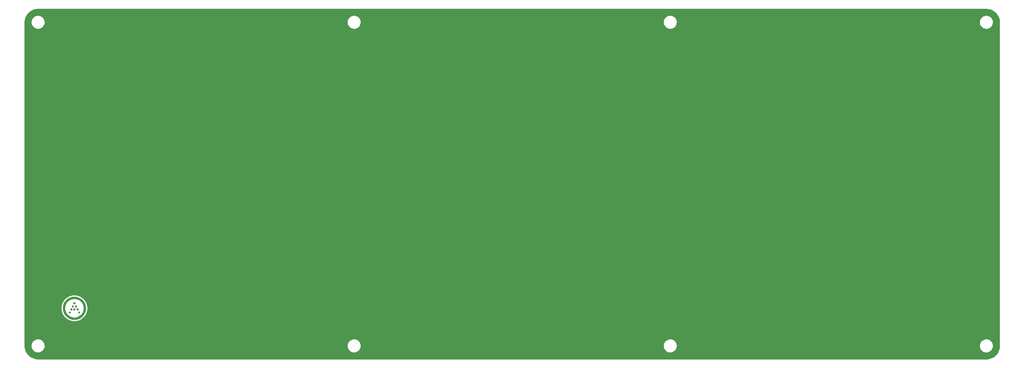
<source format=gbl>
G04 #@! TF.GenerationSoftware,KiCad,Pcbnew,(5.0.0)*
G04 #@! TF.CreationDate,2019-01-29T14:29:27-08:00*
G04 #@! TF.ProjectId,UT47.2-Bottom,555434372E322D426F74746F6D2E6B69,rev?*
G04 #@! TF.SameCoordinates,Original*
G04 #@! TF.FileFunction,Copper,L2,Bot,Signal*
G04 #@! TF.FilePolarity,Positive*
%FSLAX46Y46*%
G04 Gerber Fmt 4.6, Leading zero omitted, Abs format (unit mm)*
G04 Created by KiCad (PCBNEW (5.0.0)) date 01/29/19 14:29:27*
%MOMM*%
%LPD*%
G01*
G04 APERTURE LIST*
G04 #@! TA.AperFunction,EtchedComponent*
%ADD10C,0.010000*%
G04 #@! TD*
G04 #@! TA.AperFunction,Conductor*
%ADD11C,1.524000*%
G04 #@! TD*
G04 #@! TA.AperFunction,Conductor*
%ADD12C,0.254000*%
G04 #@! TD*
G04 APERTURE END LIST*
D10*
G04 #@! TO.C,G\002A\002A\002A*
G36*
X33333531Y-97486045D02*
X33209413Y-97487415D01*
X33097701Y-97491572D01*
X32995108Y-97498919D01*
X32898344Y-97509860D01*
X32804122Y-97524798D01*
X32709153Y-97544137D01*
X32610149Y-97568281D01*
X32564870Y-97580418D01*
X32356323Y-97645656D01*
X32154235Y-97724992D01*
X31959372Y-97818028D01*
X31772501Y-97924368D01*
X31594386Y-98043616D01*
X31442240Y-98161617D01*
X31284572Y-98302342D01*
X31137235Y-98453787D01*
X31000914Y-98614885D01*
X30876292Y-98784567D01*
X30764053Y-98961766D01*
X30664880Y-99145416D01*
X30579458Y-99334447D01*
X30508470Y-99527793D01*
X30459716Y-99695803D01*
X30426645Y-99835789D01*
X30401285Y-99967725D01*
X30382893Y-100096997D01*
X30370725Y-100228993D01*
X30364039Y-100369100D01*
X30363386Y-100394500D01*
X30366105Y-100612797D01*
X30384300Y-100827580D01*
X30417965Y-101038821D01*
X30467094Y-101246489D01*
X30531681Y-101450555D01*
X30595878Y-101614487D01*
X30623961Y-101679752D01*
X30648023Y-101733910D01*
X30669892Y-101780613D01*
X30691393Y-101823513D01*
X30714354Y-101866263D01*
X30740600Y-101912515D01*
X30769725Y-101962156D01*
X30888944Y-102148427D01*
X31019048Y-102323153D01*
X31160171Y-102486465D01*
X31312445Y-102638496D01*
X31476003Y-102779380D01*
X31650976Y-102909248D01*
X31833344Y-103025775D01*
X31886173Y-103056744D01*
X31932086Y-103082721D01*
X31974735Y-103105531D01*
X32017772Y-103127001D01*
X32064849Y-103148957D01*
X32119619Y-103173225D01*
X32181013Y-103199622D01*
X32277246Y-103239169D01*
X32365964Y-103272208D01*
X32453078Y-103300695D01*
X32544502Y-103326589D01*
X32627094Y-103347322D01*
X32791610Y-103382876D01*
X32948705Y-103408553D01*
X33102933Y-103424893D01*
X33258851Y-103432436D01*
X33349406Y-103433013D01*
X33400625Y-103432498D01*
X33448746Y-103431793D01*
X33490626Y-103430960D01*
X33523122Y-103430063D01*
X33543090Y-103429165D01*
X33543875Y-103429109D01*
X33760049Y-103405157D01*
X33972806Y-103366170D01*
X34181287Y-103312467D01*
X34384632Y-103244363D01*
X34581984Y-103162176D01*
X34772482Y-103066225D01*
X34955268Y-102956826D01*
X35106224Y-102851796D01*
X35279151Y-102713449D01*
X35439835Y-102565088D01*
X35588049Y-102407039D01*
X35723571Y-102239632D01*
X35846176Y-102063194D01*
X35955639Y-101878052D01*
X36051737Y-101684535D01*
X36134244Y-101482971D01*
X36202937Y-101273688D01*
X36215082Y-101230630D01*
X36241448Y-101128835D01*
X36262833Y-101032511D01*
X36279641Y-100938367D01*
X36292275Y-100843117D01*
X36301140Y-100743470D01*
X36306638Y-100636140D01*
X36309174Y-100517836D01*
X36309455Y-100461969D01*
X36308780Y-100406608D01*
X35776706Y-100406608D01*
X35776603Y-100486746D01*
X35774937Y-100566410D01*
X35771741Y-100641537D01*
X35767044Y-100708060D01*
X35763324Y-100743750D01*
X35731450Y-100941048D01*
X35684799Y-101132663D01*
X35623549Y-101318222D01*
X35547881Y-101497349D01*
X35457973Y-101669669D01*
X35354006Y-101834809D01*
X35236159Y-101992393D01*
X35104612Y-102142047D01*
X35082276Y-102165260D01*
X34948042Y-102292334D01*
X34802340Y-102410270D01*
X34647869Y-102517090D01*
X34487331Y-102610816D01*
X34441542Y-102634504D01*
X34367134Y-102671153D01*
X34301893Y-102701372D01*
X34241396Y-102726940D01*
X34181222Y-102749634D01*
X34116949Y-102771233D01*
X34051875Y-102791227D01*
X33862662Y-102840640D01*
X33676911Y-102875091D01*
X33493173Y-102894714D01*
X33309997Y-102899642D01*
X33125936Y-102890011D01*
X33059394Y-102883031D01*
X32872062Y-102854087D01*
X32692481Y-102812278D01*
X32518143Y-102756854D01*
X32346541Y-102687064D01*
X32249584Y-102640866D01*
X32078952Y-102547447D01*
X31919536Y-102443712D01*
X31770578Y-102328974D01*
X31631321Y-102202550D01*
X31501006Y-102063754D01*
X31378876Y-101911903D01*
X31270608Y-101756259D01*
X31245482Y-101715068D01*
X31216159Y-101662940D01*
X31184459Y-101603496D01*
X31152201Y-101540356D01*
X31121207Y-101477140D01*
X31093294Y-101417467D01*
X31070285Y-101364957D01*
X31056847Y-101331125D01*
X30993980Y-101139584D01*
X30946584Y-100946845D01*
X30914700Y-100753450D01*
X30898370Y-100559940D01*
X30897632Y-100366857D01*
X30912528Y-100174742D01*
X30943098Y-99984136D01*
X30952901Y-99938094D01*
X30986550Y-99801801D01*
X31024858Y-99675618D01*
X31069796Y-99554007D01*
X31123337Y-99431432D01*
X31160996Y-99353958D01*
X31254701Y-99185110D01*
X31361526Y-99024673D01*
X31480702Y-98873368D01*
X31611463Y-98731914D01*
X31753040Y-98601031D01*
X31904666Y-98481440D01*
X32065573Y-98373860D01*
X32234993Y-98279011D01*
X32379175Y-98211480D01*
X32550803Y-98145085D01*
X32723357Y-98093087D01*
X32898844Y-98055078D01*
X33079274Y-98030651D01*
X33266655Y-98019397D01*
X33329562Y-98018507D01*
X33527657Y-98024877D01*
X33719285Y-98045522D01*
X33905219Y-98080673D01*
X34086235Y-98130567D01*
X34263106Y-98195435D01*
X34436606Y-98275513D01*
X34607509Y-98371035D01*
X34708206Y-98435244D01*
X34847639Y-98536772D01*
X34981837Y-98651278D01*
X35109159Y-98776839D01*
X35227965Y-98911531D01*
X35336614Y-99053431D01*
X35433465Y-99200615D01*
X35516878Y-99351161D01*
X35551674Y-99424080D01*
X35613077Y-99568939D01*
X35663308Y-99708178D01*
X35703565Y-99846126D01*
X35735044Y-99987114D01*
X35758944Y-100135471D01*
X35767345Y-100204000D01*
X35772108Y-100261170D01*
X35775218Y-100330061D01*
X35776706Y-100406608D01*
X36308780Y-100406608D01*
X36307710Y-100318973D01*
X36301836Y-100188106D01*
X36291262Y-100066025D01*
X36275415Y-99949385D01*
X36253723Y-99834844D01*
X36225613Y-99719059D01*
X36190514Y-99598687D01*
X36147853Y-99470384D01*
X36132159Y-99426125D01*
X36053774Y-99231406D01*
X35960934Y-99043072D01*
X35853828Y-98861385D01*
X35732648Y-98686608D01*
X35597583Y-98519003D01*
X35448826Y-98358833D01*
X35286567Y-98206360D01*
X35179729Y-98116179D01*
X35093900Y-98050686D01*
X34996361Y-97983360D01*
X34890752Y-97916412D01*
X34780714Y-97852055D01*
X34669887Y-97792500D01*
X34561911Y-97739958D01*
X34555906Y-97737215D01*
X34485946Y-97707342D01*
X34404765Y-97675956D01*
X34316733Y-97644536D01*
X34226221Y-97614562D01*
X34137599Y-97587511D01*
X34055236Y-97564864D01*
X34023350Y-97556971D01*
X33930125Y-97536203D01*
X33841151Y-97519543D01*
X33753147Y-97506652D01*
X33662831Y-97497195D01*
X33566922Y-97490832D01*
X33462140Y-97487228D01*
X33345205Y-97486044D01*
X33333531Y-97486045D01*
X33333531Y-97486045D01*
G37*
X33333531Y-97486045D02*
X33209413Y-97487415D01*
X33097701Y-97491572D01*
X32995108Y-97498919D01*
X32898344Y-97509860D01*
X32804122Y-97524798D01*
X32709153Y-97544137D01*
X32610149Y-97568281D01*
X32564870Y-97580418D01*
X32356323Y-97645656D01*
X32154235Y-97724992D01*
X31959372Y-97818028D01*
X31772501Y-97924368D01*
X31594386Y-98043616D01*
X31442240Y-98161617D01*
X31284572Y-98302342D01*
X31137235Y-98453787D01*
X31000914Y-98614885D01*
X30876292Y-98784567D01*
X30764053Y-98961766D01*
X30664880Y-99145416D01*
X30579458Y-99334447D01*
X30508470Y-99527793D01*
X30459716Y-99695803D01*
X30426645Y-99835789D01*
X30401285Y-99967725D01*
X30382893Y-100096997D01*
X30370725Y-100228993D01*
X30364039Y-100369100D01*
X30363386Y-100394500D01*
X30366105Y-100612797D01*
X30384300Y-100827580D01*
X30417965Y-101038821D01*
X30467094Y-101246489D01*
X30531681Y-101450555D01*
X30595878Y-101614487D01*
X30623961Y-101679752D01*
X30648023Y-101733910D01*
X30669892Y-101780613D01*
X30691393Y-101823513D01*
X30714354Y-101866263D01*
X30740600Y-101912515D01*
X30769725Y-101962156D01*
X30888944Y-102148427D01*
X31019048Y-102323153D01*
X31160171Y-102486465D01*
X31312445Y-102638496D01*
X31476003Y-102779380D01*
X31650976Y-102909248D01*
X31833344Y-103025775D01*
X31886173Y-103056744D01*
X31932086Y-103082721D01*
X31974735Y-103105531D01*
X32017772Y-103127001D01*
X32064849Y-103148957D01*
X32119619Y-103173225D01*
X32181013Y-103199622D01*
X32277246Y-103239169D01*
X32365964Y-103272208D01*
X32453078Y-103300695D01*
X32544502Y-103326589D01*
X32627094Y-103347322D01*
X32791610Y-103382876D01*
X32948705Y-103408553D01*
X33102933Y-103424893D01*
X33258851Y-103432436D01*
X33349406Y-103433013D01*
X33400625Y-103432498D01*
X33448746Y-103431793D01*
X33490626Y-103430960D01*
X33523122Y-103430063D01*
X33543090Y-103429165D01*
X33543875Y-103429109D01*
X33760049Y-103405157D01*
X33972806Y-103366170D01*
X34181287Y-103312467D01*
X34384632Y-103244363D01*
X34581984Y-103162176D01*
X34772482Y-103066225D01*
X34955268Y-102956826D01*
X35106224Y-102851796D01*
X35279151Y-102713449D01*
X35439835Y-102565088D01*
X35588049Y-102407039D01*
X35723571Y-102239632D01*
X35846176Y-102063194D01*
X35955639Y-101878052D01*
X36051737Y-101684535D01*
X36134244Y-101482971D01*
X36202937Y-101273688D01*
X36215082Y-101230630D01*
X36241448Y-101128835D01*
X36262833Y-101032511D01*
X36279641Y-100938367D01*
X36292275Y-100843117D01*
X36301140Y-100743470D01*
X36306638Y-100636140D01*
X36309174Y-100517836D01*
X36309455Y-100461969D01*
X36308780Y-100406608D01*
X35776706Y-100406608D01*
X35776603Y-100486746D01*
X35774937Y-100566410D01*
X35771741Y-100641537D01*
X35767044Y-100708060D01*
X35763324Y-100743750D01*
X35731450Y-100941048D01*
X35684799Y-101132663D01*
X35623549Y-101318222D01*
X35547881Y-101497349D01*
X35457973Y-101669669D01*
X35354006Y-101834809D01*
X35236159Y-101992393D01*
X35104612Y-102142047D01*
X35082276Y-102165260D01*
X34948042Y-102292334D01*
X34802340Y-102410270D01*
X34647869Y-102517090D01*
X34487331Y-102610816D01*
X34441542Y-102634504D01*
X34367134Y-102671153D01*
X34301893Y-102701372D01*
X34241396Y-102726940D01*
X34181222Y-102749634D01*
X34116949Y-102771233D01*
X34051875Y-102791227D01*
X33862662Y-102840640D01*
X33676911Y-102875091D01*
X33493173Y-102894714D01*
X33309997Y-102899642D01*
X33125936Y-102890011D01*
X33059394Y-102883031D01*
X32872062Y-102854087D01*
X32692481Y-102812278D01*
X32518143Y-102756854D01*
X32346541Y-102687064D01*
X32249584Y-102640866D01*
X32078952Y-102547447D01*
X31919536Y-102443712D01*
X31770578Y-102328974D01*
X31631321Y-102202550D01*
X31501006Y-102063754D01*
X31378876Y-101911903D01*
X31270608Y-101756259D01*
X31245482Y-101715068D01*
X31216159Y-101662940D01*
X31184459Y-101603496D01*
X31152201Y-101540356D01*
X31121207Y-101477140D01*
X31093294Y-101417467D01*
X31070285Y-101364957D01*
X31056847Y-101331125D01*
X30993980Y-101139584D01*
X30946584Y-100946845D01*
X30914700Y-100753450D01*
X30898370Y-100559940D01*
X30897632Y-100366857D01*
X30912528Y-100174742D01*
X30943098Y-99984136D01*
X30952901Y-99938094D01*
X30986550Y-99801801D01*
X31024858Y-99675618D01*
X31069796Y-99554007D01*
X31123337Y-99431432D01*
X31160996Y-99353958D01*
X31254701Y-99185110D01*
X31361526Y-99024673D01*
X31480702Y-98873368D01*
X31611463Y-98731914D01*
X31753040Y-98601031D01*
X31904666Y-98481440D01*
X32065573Y-98373860D01*
X32234993Y-98279011D01*
X32379175Y-98211480D01*
X32550803Y-98145085D01*
X32723357Y-98093087D01*
X32898844Y-98055078D01*
X33079274Y-98030651D01*
X33266655Y-98019397D01*
X33329562Y-98018507D01*
X33527657Y-98024877D01*
X33719285Y-98045522D01*
X33905219Y-98080673D01*
X34086235Y-98130567D01*
X34263106Y-98195435D01*
X34436606Y-98275513D01*
X34607509Y-98371035D01*
X34708206Y-98435244D01*
X34847639Y-98536772D01*
X34981837Y-98651278D01*
X35109159Y-98776839D01*
X35227965Y-98911531D01*
X35336614Y-99053431D01*
X35433465Y-99200615D01*
X35516878Y-99351161D01*
X35551674Y-99424080D01*
X35613077Y-99568939D01*
X35663308Y-99708178D01*
X35703565Y-99846126D01*
X35735044Y-99987114D01*
X35758944Y-100135471D01*
X35767345Y-100204000D01*
X35772108Y-100261170D01*
X35775218Y-100330061D01*
X35776706Y-100406608D01*
X36308780Y-100406608D01*
X36307710Y-100318973D01*
X36301836Y-100188106D01*
X36291262Y-100066025D01*
X36275415Y-99949385D01*
X36253723Y-99834844D01*
X36225613Y-99719059D01*
X36190514Y-99598687D01*
X36147853Y-99470384D01*
X36132159Y-99426125D01*
X36053774Y-99231406D01*
X35960934Y-99043072D01*
X35853828Y-98861385D01*
X35732648Y-98686608D01*
X35597583Y-98519003D01*
X35448826Y-98358833D01*
X35286567Y-98206360D01*
X35179729Y-98116179D01*
X35093900Y-98050686D01*
X34996361Y-97983360D01*
X34890752Y-97916412D01*
X34780714Y-97852055D01*
X34669887Y-97792500D01*
X34561911Y-97739958D01*
X34555906Y-97737215D01*
X34485946Y-97707342D01*
X34404765Y-97675956D01*
X34316733Y-97644536D01*
X34226221Y-97614562D01*
X34137599Y-97587511D01*
X34055236Y-97564864D01*
X34023350Y-97556971D01*
X33930125Y-97536203D01*
X33841151Y-97519543D01*
X33753147Y-97506652D01*
X33662831Y-97497195D01*
X33566922Y-97490832D01*
X33462140Y-97487228D01*
X33345205Y-97486044D01*
X33333531Y-97486045D01*
G36*
X34337625Y-101759750D02*
X34742437Y-101759750D01*
X34742437Y-101354938D01*
X34337625Y-101354938D01*
X34337625Y-101759750D01*
X34337625Y-101759750D01*
G37*
X34337625Y-101759750D02*
X34742437Y-101759750D01*
X34742437Y-101354938D01*
X34337625Y-101354938D01*
X34337625Y-101759750D01*
G36*
X31956375Y-101759750D02*
X32361187Y-101759750D01*
X32361187Y-101354938D01*
X31956375Y-101354938D01*
X31956375Y-101759750D01*
X31956375Y-101759750D01*
G37*
X31956375Y-101759750D02*
X32361187Y-101759750D01*
X32361187Y-101354938D01*
X31956375Y-101354938D01*
X31956375Y-101759750D01*
G36*
X33932812Y-100973938D02*
X34337625Y-100973938D01*
X34337625Y-100569125D01*
X33932812Y-100569125D01*
X33932812Y-100973938D01*
X33932812Y-100973938D01*
G37*
X33932812Y-100973938D02*
X34337625Y-100973938D01*
X34337625Y-100569125D01*
X33932812Y-100569125D01*
X33932812Y-100973938D01*
G36*
X33147000Y-100973938D02*
X33551812Y-100973938D01*
X33551812Y-100569125D01*
X33147000Y-100569125D01*
X33147000Y-100973938D01*
X33147000Y-100973938D01*
G37*
X33147000Y-100973938D02*
X33551812Y-100973938D01*
X33551812Y-100569125D01*
X33147000Y-100569125D01*
X33147000Y-100973938D01*
G36*
X32361187Y-100973938D02*
X32742187Y-100973938D01*
X32742187Y-100569125D01*
X32361187Y-100569125D01*
X32361187Y-100973938D01*
X32361187Y-100973938D01*
G37*
X32361187Y-100973938D02*
X32742187Y-100973938D01*
X32742187Y-100569125D01*
X32361187Y-100569125D01*
X32361187Y-100973938D01*
G36*
X33551812Y-100164313D02*
X33932812Y-100164313D01*
X33932812Y-99783313D01*
X33551812Y-99783313D01*
X33551812Y-100164313D01*
X33551812Y-100164313D01*
G37*
X33551812Y-100164313D02*
X33932812Y-100164313D01*
X33932812Y-99783313D01*
X33551812Y-99783313D01*
X33551812Y-100164313D01*
G36*
X32742187Y-100164313D02*
X33147000Y-100164313D01*
X33147000Y-99783313D01*
X32742187Y-99783313D01*
X32742187Y-100164313D01*
X32742187Y-100164313D01*
G37*
X32742187Y-100164313D02*
X33147000Y-100164313D01*
X33147000Y-99783313D01*
X32742187Y-99783313D01*
X32742187Y-100164313D01*
G36*
X33147000Y-99378500D02*
X33551812Y-99378500D01*
X33551812Y-98973688D01*
X33147000Y-98973688D01*
X33147000Y-99378500D01*
X33147000Y-99378500D01*
G37*
X33147000Y-99378500D02*
X33551812Y-99378500D01*
X33551812Y-98973688D01*
X33147000Y-98973688D01*
X33147000Y-99378500D01*
G04 #@! TD*
D11*
G04 #@! TO.N,GND*
G04 #@! TO.C,J1*
X149383750Y-111760000D03*
G04 #@! TD*
D12*
G04 #@! TO.N,GND*
G36*
X270691025Y-22711459D02*
X271324230Y-22902635D01*
X271908239Y-23213158D01*
X272420814Y-23631204D01*
X272842428Y-24140848D01*
X273157023Y-24722679D01*
X273352613Y-25354529D01*
X273424750Y-26040860D01*
X273424751Y-110206257D01*
X273357290Y-110894276D01*
X273166115Y-111527480D01*
X272855590Y-112111490D01*
X272437544Y-112624067D01*
X271927902Y-113045678D01*
X271346072Y-113360273D01*
X270714220Y-113555864D01*
X270027890Y-113628000D01*
X23937483Y-113628000D01*
X23249474Y-113560540D01*
X22616270Y-113369365D01*
X22032260Y-113058840D01*
X21519683Y-112640794D01*
X21098072Y-112131152D01*
X20783477Y-111549322D01*
X20587886Y-110917470D01*
X20518944Y-110261523D01*
X22079928Y-110261523D01*
X22119696Y-110616063D01*
X22227571Y-110956126D01*
X22399443Y-111268760D01*
X22628765Y-111542056D01*
X22906804Y-111765605D01*
X23222969Y-111930892D01*
X23565217Y-112031621D01*
X23920512Y-112063955D01*
X24275320Y-112026664D01*
X24616128Y-111921166D01*
X24929955Y-111751481D01*
X25204845Y-111524071D01*
X25430330Y-111247600D01*
X25597820Y-110932597D01*
X25700936Y-110591060D01*
X25733247Y-110261523D01*
X104121595Y-110261523D01*
X104161363Y-110616063D01*
X104269238Y-110956126D01*
X104441110Y-111268760D01*
X104670432Y-111542056D01*
X104948471Y-111765605D01*
X105264636Y-111930892D01*
X105606884Y-112031621D01*
X105962179Y-112063955D01*
X106316987Y-112026664D01*
X106657795Y-111921166D01*
X106971622Y-111751481D01*
X107246512Y-111524071D01*
X107471997Y-111247600D01*
X107639487Y-110932597D01*
X107742603Y-110591060D01*
X107774914Y-110261523D01*
X186163261Y-110261523D01*
X186203029Y-110616063D01*
X186310904Y-110956126D01*
X186482776Y-111268760D01*
X186712098Y-111542056D01*
X186990137Y-111765605D01*
X187306302Y-111930892D01*
X187648550Y-112031621D01*
X188003845Y-112063955D01*
X188358653Y-112026664D01*
X188699461Y-111921166D01*
X189013288Y-111751481D01*
X189288178Y-111524071D01*
X189513663Y-111247600D01*
X189681153Y-110932597D01*
X189784269Y-110591060D01*
X189816580Y-110261523D01*
X268204928Y-110261523D01*
X268244696Y-110616063D01*
X268352571Y-110956126D01*
X268524443Y-111268760D01*
X268753765Y-111542056D01*
X269031804Y-111765605D01*
X269347969Y-111930892D01*
X269690217Y-112031621D01*
X270045512Y-112063955D01*
X270400320Y-112026664D01*
X270741128Y-111921166D01*
X271054955Y-111751481D01*
X271329845Y-111524071D01*
X271555330Y-111247600D01*
X271722820Y-110932597D01*
X271825936Y-110591060D01*
X271860750Y-110236000D01*
X271860037Y-110184959D01*
X271815323Y-109831009D01*
X271702711Y-109492485D01*
X271526491Y-109182282D01*
X271293375Y-108912214D01*
X271012241Y-108692569D01*
X270693800Y-108531712D01*
X270350179Y-108435771D01*
X269994467Y-108408401D01*
X269640214Y-108450643D01*
X269300912Y-108560889D01*
X268989486Y-108734939D01*
X268717797Y-108966164D01*
X268496194Y-109245757D01*
X268333119Y-109563068D01*
X268234781Y-109906011D01*
X268204928Y-110261523D01*
X189816580Y-110261523D01*
X189819083Y-110236000D01*
X189818370Y-110184959D01*
X189773656Y-109831009D01*
X189661044Y-109492485D01*
X189484824Y-109182282D01*
X189251708Y-108912214D01*
X188970574Y-108692569D01*
X188652133Y-108531712D01*
X188308512Y-108435771D01*
X187952800Y-108408401D01*
X187598547Y-108450643D01*
X187259245Y-108560889D01*
X186947819Y-108734939D01*
X186676130Y-108966164D01*
X186454527Y-109245757D01*
X186291452Y-109563068D01*
X186193114Y-109906011D01*
X186163261Y-110261523D01*
X107774914Y-110261523D01*
X107777417Y-110236000D01*
X107776704Y-110184959D01*
X107731990Y-109831009D01*
X107619378Y-109492485D01*
X107443158Y-109182282D01*
X107210042Y-108912214D01*
X106928908Y-108692569D01*
X106610467Y-108531712D01*
X106266846Y-108435771D01*
X105911134Y-108408401D01*
X105556881Y-108450643D01*
X105217579Y-108560889D01*
X104906153Y-108734939D01*
X104634464Y-108966164D01*
X104412861Y-109245757D01*
X104249786Y-109563068D01*
X104151448Y-109906011D01*
X104121595Y-110261523D01*
X25733247Y-110261523D01*
X25735750Y-110236000D01*
X25735037Y-110184959D01*
X25690323Y-109831009D01*
X25577711Y-109492485D01*
X25401491Y-109182282D01*
X25168375Y-108912214D01*
X24887241Y-108692569D01*
X24568800Y-108531712D01*
X24225179Y-108435771D01*
X23869467Y-108408401D01*
X23515214Y-108450643D01*
X23175912Y-108560889D01*
X22864486Y-108734939D01*
X22592797Y-108966164D01*
X22371194Y-109245757D01*
X22208119Y-109563068D01*
X22109781Y-109906011D01*
X22079928Y-110261523D01*
X20518944Y-110261523D01*
X20515750Y-110231140D01*
X20515750Y-100393726D01*
X29850387Y-100393726D01*
X29850426Y-100400889D01*
X29853145Y-100619186D01*
X29854787Y-100634028D01*
X29854381Y-100648958D01*
X29854936Y-100656100D01*
X29873131Y-100870883D01*
X29875906Y-100885938D01*
X29876615Y-100901235D01*
X29877693Y-100908317D01*
X29911358Y-101119558D01*
X29915279Y-101134552D01*
X29917144Y-101149942D01*
X29918745Y-101156924D01*
X29967874Y-101364592D01*
X29972893Y-101379242D01*
X29975892Y-101394441D01*
X29978006Y-101401286D01*
X30042593Y-101605352D01*
X30047929Y-101617825D01*
X30051437Y-101630929D01*
X30054003Y-101637617D01*
X30118200Y-101801550D01*
X30120434Y-101805936D01*
X30121865Y-101810653D01*
X30124651Y-101817252D01*
X30152734Y-101882518D01*
X30152770Y-101882583D01*
X30155149Y-101888042D01*
X30179211Y-101942200D01*
X30179958Y-101943517D01*
X30180442Y-101944948D01*
X30183435Y-101951457D01*
X30205304Y-101998160D01*
X30206972Y-102000970D01*
X30208104Y-102004044D01*
X30211269Y-102010470D01*
X30232770Y-102053369D01*
X30234735Y-102056488D01*
X30236109Y-102059915D01*
X30239455Y-102066249D01*
X30262416Y-102108999D01*
X30263748Y-102110986D01*
X30264692Y-102113191D01*
X30268184Y-102119445D01*
X30294430Y-102165697D01*
X30294501Y-102165798D01*
X30294552Y-102165912D01*
X30298134Y-102172116D01*
X30327258Y-102221756D01*
X30331007Y-102226916D01*
X30333826Y-102232640D01*
X30337646Y-102238700D01*
X30456865Y-102424971D01*
X30465888Y-102436428D01*
X30473245Y-102449033D01*
X30477483Y-102454808D01*
X30607587Y-102629533D01*
X30617722Y-102640682D01*
X30626247Y-102653118D01*
X30630893Y-102658570D01*
X30772016Y-102821882D01*
X30783114Y-102832439D01*
X30792681Y-102844404D01*
X30797715Y-102849500D01*
X30949989Y-103001531D01*
X30961827Y-103011239D01*
X30972248Y-103022469D01*
X30977643Y-103027182D01*
X31141201Y-103168065D01*
X31153518Y-103176735D01*
X31164537Y-103187004D01*
X31170259Y-103191314D01*
X31345232Y-103321182D01*
X31357563Y-103328586D01*
X31368749Y-103337637D01*
X31374759Y-103341536D01*
X31557127Y-103458063D01*
X31562724Y-103460912D01*
X31567754Y-103464672D01*
X31573908Y-103468338D01*
X31626737Y-103499307D01*
X31627058Y-103499455D01*
X31627345Y-103499663D01*
X31633555Y-103503234D01*
X31679467Y-103529210D01*
X31681774Y-103530232D01*
X31683854Y-103531664D01*
X31690147Y-103535086D01*
X31732796Y-103557897D01*
X31736225Y-103559320D01*
X31739341Y-103561337D01*
X31745728Y-103564579D01*
X31788765Y-103586049D01*
X31791748Y-103587189D01*
X31794469Y-103588850D01*
X31800939Y-103591923D01*
X31848016Y-103613879D01*
X31849315Y-103614337D01*
X31850502Y-103615030D01*
X31857031Y-103617978D01*
X31911801Y-103642246D01*
X31911884Y-103642274D01*
X31916985Y-103644509D01*
X31978379Y-103670906D01*
X31978916Y-103671077D01*
X31979412Y-103671349D01*
X31986019Y-103674118D01*
X32082252Y-103713665D01*
X32087050Y-103715108D01*
X32091519Y-103717368D01*
X32098214Y-103719915D01*
X32186932Y-103752954D01*
X32193523Y-103754699D01*
X32199725Y-103757526D01*
X32206517Y-103759800D01*
X32293631Y-103788287D01*
X32300189Y-103789742D01*
X32306402Y-103792279D01*
X32313280Y-103794279D01*
X32404704Y-103820173D01*
X32408780Y-103820907D01*
X32412664Y-103822359D01*
X32419599Y-103824151D01*
X32502192Y-103844884D01*
X32507065Y-103845612D01*
X32511739Y-103847184D01*
X32518730Y-103848746D01*
X32683246Y-103884300D01*
X32692666Y-103885389D01*
X32701798Y-103887953D01*
X32708859Y-103889158D01*
X32865954Y-103914835D01*
X32876867Y-103915537D01*
X32887539Y-103917893D01*
X32894657Y-103918698D01*
X33048884Y-103935038D01*
X33060008Y-103935125D01*
X33070992Y-103936898D01*
X33078144Y-103937294D01*
X33234062Y-103944837D01*
X33241263Y-103944481D01*
X33248420Y-103945330D01*
X33255582Y-103945426D01*
X33346137Y-103946003D01*
X33346772Y-103945945D01*
X33347401Y-103946009D01*
X33354564Y-103945987D01*
X33405783Y-103945472D01*
X33405891Y-103945460D01*
X33408140Y-103945443D01*
X33456261Y-103944738D01*
X33456376Y-103944725D01*
X33458948Y-103944692D01*
X33500827Y-103943859D01*
X33500959Y-103943843D01*
X33504781Y-103943765D01*
X33537277Y-103942868D01*
X33538143Y-103942759D01*
X33539011Y-103942817D01*
X33546169Y-103942545D01*
X33566137Y-103941647D01*
X33569278Y-103941196D01*
X33572445Y-103941324D01*
X33579593Y-103940865D01*
X33580378Y-103940809D01*
X33586766Y-103939719D01*
X33593245Y-103939728D01*
X33600369Y-103938989D01*
X33816544Y-103915037D01*
X33830863Y-103912014D01*
X33845460Y-103910997D01*
X33852515Y-103909755D01*
X34065272Y-103870768D01*
X34079340Y-103866738D01*
X34093824Y-103864691D01*
X34100773Y-103862953D01*
X34309255Y-103809250D01*
X34323046Y-103804218D01*
X34337398Y-103801137D01*
X34344206Y-103798910D01*
X34547551Y-103730806D01*
X34561035Y-103724770D01*
X34575220Y-103720646D01*
X34581852Y-103717938D01*
X34779203Y-103635751D01*
X34792348Y-103628700D01*
X34806334Y-103623517D01*
X34812754Y-103620340D01*
X35003252Y-103524389D01*
X35016015Y-103516310D01*
X35029764Y-103510044D01*
X35035935Y-103506408D01*
X35218721Y-103397009D01*
X35230000Y-103388663D01*
X35242348Y-103381978D01*
X35248256Y-103377928D01*
X35399212Y-103272898D01*
X35409569Y-103264075D01*
X35421076Y-103256811D01*
X35426700Y-103252376D01*
X35599627Y-103114029D01*
X35610090Y-103103833D01*
X35621859Y-103095182D01*
X35627156Y-103090360D01*
X35787840Y-102941999D01*
X35797756Y-102930863D01*
X35809100Y-102921195D01*
X35814037Y-102916004D01*
X35962251Y-102757955D01*
X35971466Y-102745972D01*
X35982227Y-102735357D01*
X35986773Y-102729821D01*
X36122295Y-102562414D01*
X36130682Y-102549690D01*
X36140717Y-102538225D01*
X36144846Y-102532372D01*
X36267451Y-102355934D01*
X36274898Y-102342607D01*
X36284079Y-102330420D01*
X36287768Y-102324280D01*
X36397231Y-102139138D01*
X36403649Y-102125371D01*
X36411875Y-102112610D01*
X36415106Y-102106217D01*
X36511204Y-101912700D01*
X36516540Y-101898659D01*
X36523742Y-101885483D01*
X36526502Y-101878873D01*
X36609009Y-101677308D01*
X36613240Y-101663170D01*
X36619378Y-101649746D01*
X36621660Y-101642956D01*
X36690353Y-101433673D01*
X36691937Y-101426570D01*
X36694680Y-101419832D01*
X36696672Y-101412952D01*
X36708817Y-101369894D01*
X36709158Y-101367991D01*
X36709850Y-101366180D01*
X36711694Y-101359258D01*
X36738060Y-101257463D01*
X36738899Y-101252120D01*
X36740653Y-101247001D01*
X36742254Y-101240020D01*
X36763639Y-101143696D01*
X36764502Y-101136583D01*
X36766539Y-101129716D01*
X36767848Y-101122674D01*
X36784656Y-101028529D01*
X36785282Y-101020618D01*
X36787196Y-101012915D01*
X36788187Y-101005821D01*
X36800821Y-100910571D01*
X36801077Y-100903063D01*
X36802572Y-100895706D01*
X36803257Y-100888576D01*
X36812122Y-100788929D01*
X36812067Y-100782857D01*
X36813052Y-100776865D01*
X36813468Y-100769714D01*
X36818966Y-100662384D01*
X36818777Y-100658327D01*
X36819317Y-100654295D01*
X36819520Y-100647134D01*
X36822056Y-100528830D01*
X36822008Y-100528202D01*
X36822081Y-100527579D01*
X36822168Y-100520416D01*
X36822449Y-100464549D01*
X36822371Y-100463710D01*
X36822454Y-100462878D01*
X36822417Y-100455714D01*
X36821742Y-100400354D01*
X36821742Y-100400345D01*
X36820672Y-100312710D01*
X36820144Y-100307926D01*
X36820465Y-100303128D01*
X36820194Y-100295970D01*
X36814320Y-100165103D01*
X36813311Y-100158077D01*
X36813491Y-100150979D01*
X36812922Y-100143838D01*
X36802348Y-100021757D01*
X36800715Y-100012990D01*
X36800507Y-100004067D01*
X36799592Y-99996962D01*
X36783745Y-99880322D01*
X36781480Y-99870770D01*
X36780740Y-99860976D01*
X36779456Y-99853929D01*
X36757764Y-99739388D01*
X36755085Y-99730241D01*
X36753883Y-99720787D01*
X36752242Y-99713814D01*
X36724132Y-99598030D01*
X36721453Y-99590356D01*
X36720061Y-99582346D01*
X36718103Y-99575455D01*
X36683004Y-99455083D01*
X36680771Y-99449516D01*
X36679523Y-99443640D01*
X36677310Y-99436827D01*
X36634649Y-99308523D01*
X36634040Y-99307156D01*
X36633702Y-99305704D01*
X36631356Y-99298936D01*
X36615662Y-99254678D01*
X36612604Y-99248157D01*
X36610676Y-99241218D01*
X36608047Y-99234554D01*
X36529662Y-99039835D01*
X36522377Y-99025858D01*
X36517027Y-99011030D01*
X36513905Y-99004583D01*
X36421065Y-98816249D01*
X36412832Y-98802992D01*
X36406455Y-98788749D01*
X36402860Y-98782553D01*
X36295754Y-98600866D01*
X36286723Y-98588490D01*
X36279449Y-98575001D01*
X36275409Y-98569086D01*
X36154229Y-98394309D01*
X36144562Y-98382924D01*
X36136546Y-98370324D01*
X36132090Y-98364716D01*
X35997026Y-98197111D01*
X35986902Y-98186796D01*
X35978311Y-98175179D01*
X35973473Y-98169896D01*
X35824717Y-98009727D01*
X35814312Y-98000516D01*
X35805309Y-97989931D01*
X35800123Y-97984989D01*
X35637864Y-97832516D01*
X35629855Y-97826344D01*
X35622905Y-97819003D01*
X35617464Y-97814344D01*
X35510626Y-97724163D01*
X35503150Y-97719012D01*
X35496593Y-97712736D01*
X35490928Y-97708351D01*
X35405099Y-97642857D01*
X35397724Y-97638294D01*
X35391183Y-97632605D01*
X35385317Y-97628495D01*
X35287777Y-97561169D01*
X35282106Y-97558023D01*
X35277048Y-97553961D01*
X35271025Y-97550083D01*
X35165416Y-97483135D01*
X35160398Y-97480603D01*
X35155900Y-97477248D01*
X35149742Y-97473588D01*
X35039705Y-97409231D01*
X35034521Y-97406844D01*
X35029830Y-97403602D01*
X35023544Y-97400167D01*
X34912717Y-97340612D01*
X34906478Y-97338008D01*
X34900771Y-97334394D01*
X34894352Y-97331214D01*
X34786376Y-97278672D01*
X34783858Y-97277738D01*
X34781553Y-97276356D01*
X34775058Y-97273335D01*
X34769053Y-97270592D01*
X34766383Y-97269675D01*
X34763928Y-97268285D01*
X34757361Y-97265426D01*
X34687401Y-97235553D01*
X34682324Y-97233950D01*
X34677600Y-97231487D01*
X34670937Y-97228857D01*
X34589756Y-97197471D01*
X34586739Y-97196632D01*
X34583937Y-97195263D01*
X34577208Y-97192808D01*
X34489176Y-97161388D01*
X34486913Y-97160822D01*
X34484789Y-97159844D01*
X34478005Y-97157545D01*
X34387493Y-97127571D01*
X34385086Y-97127027D01*
X34382824Y-97126050D01*
X34375988Y-97123911D01*
X34287366Y-97096859D01*
X34283837Y-97096149D01*
X34280502Y-97094817D01*
X34273609Y-97092869D01*
X34191246Y-97070222D01*
X34188272Y-97069710D01*
X34185443Y-97068663D01*
X34178502Y-97066894D01*
X34146617Y-97059001D01*
X34144195Y-97058647D01*
X34141879Y-97057852D01*
X34134898Y-97056245D01*
X34041673Y-97035477D01*
X34036524Y-97034849D01*
X34031572Y-97033334D01*
X34024541Y-97031966D01*
X33935567Y-97015306D01*
X33928979Y-97014729D01*
X33922583Y-97013047D01*
X33915503Y-97011960D01*
X33827499Y-96999069D01*
X33820519Y-96998736D01*
X33813690Y-96997237D01*
X33806571Y-96996441D01*
X33716255Y-96986984D01*
X33710046Y-96986943D01*
X33703935Y-96985844D01*
X33696791Y-96985320D01*
X33600882Y-96978957D01*
X33596275Y-96979102D01*
X33591713Y-96978431D01*
X33584556Y-96978135D01*
X33479774Y-96974531D01*
X33477126Y-96974699D01*
X33474496Y-96974377D01*
X33467334Y-96974254D01*
X33350399Y-96973070D01*
X33350295Y-96973079D01*
X33345161Y-96973044D01*
X33333487Y-96973045D01*
X33333399Y-96973054D01*
X33327869Y-96973076D01*
X33203751Y-96974446D01*
X33200629Y-96974787D01*
X33197496Y-96974553D01*
X33190336Y-96974770D01*
X33078625Y-96978927D01*
X33073436Y-96979631D01*
X33068206Y-96979421D01*
X33061058Y-96979882D01*
X32958464Y-96987229D01*
X32951577Y-96988406D01*
X32944595Y-96988412D01*
X32937471Y-96989167D01*
X32840707Y-97000108D01*
X32832984Y-97001757D01*
X32825099Y-97002116D01*
X32818016Y-97003188D01*
X32723794Y-97018126D01*
X32716400Y-97020053D01*
X32708787Y-97020734D01*
X32701758Y-97022115D01*
X32606789Y-97041454D01*
X32600799Y-97043298D01*
X32594581Y-97044095D01*
X32587610Y-97045743D01*
X32488606Y-97069887D01*
X32486484Y-97070631D01*
X32484260Y-97070967D01*
X32477328Y-97072774D01*
X32432050Y-97084910D01*
X32425464Y-97087386D01*
X32418563Y-97088724D01*
X32411712Y-97090815D01*
X32203165Y-97156053D01*
X32189687Y-97161766D01*
X32175543Y-97165565D01*
X32168857Y-97168136D01*
X31966769Y-97247472D01*
X31953630Y-97254176D01*
X31939692Y-97259009D01*
X31933207Y-97262050D01*
X31738343Y-97355086D01*
X31725589Y-97362786D01*
X31711901Y-97368665D01*
X31705651Y-97372164D01*
X31518780Y-97478504D01*
X31506469Y-97487202D01*
X31493084Y-97494141D01*
X31487104Y-97498084D01*
X31308989Y-97617332D01*
X31297911Y-97626432D01*
X31285682Y-97633896D01*
X31279991Y-97638246D01*
X31127845Y-97756247D01*
X31117562Y-97765970D01*
X31106019Y-97774158D01*
X31100642Y-97778890D01*
X30942973Y-97919616D01*
X30933133Y-97930298D01*
X30921904Y-97939518D01*
X30916874Y-97944617D01*
X30769537Y-98096062D01*
X30760649Y-98107191D01*
X30750291Y-98116973D01*
X30745626Y-98122409D01*
X30609306Y-98283506D01*
X30601291Y-98295108D01*
X30591728Y-98305473D01*
X30587447Y-98311217D01*
X30462825Y-98480899D01*
X30455622Y-98493032D01*
X30446789Y-98504038D01*
X30442914Y-98510062D01*
X30330675Y-98687262D01*
X30324253Y-98700003D01*
X30316111Y-98711731D01*
X30312664Y-98718010D01*
X30213491Y-98901661D01*
X30207845Y-98915113D01*
X30200392Y-98927656D01*
X30197396Y-98934163D01*
X30111974Y-99123194D01*
X30107141Y-99137457D01*
X30100406Y-99150930D01*
X30097891Y-99157637D01*
X30026903Y-99350983D01*
X30023317Y-99364788D01*
X30017839Y-99377960D01*
X30015794Y-99384826D01*
X29967040Y-99552836D01*
X29965316Y-99562065D01*
X29962155Y-99570897D01*
X29960459Y-99577856D01*
X29927388Y-99717842D01*
X29926419Y-99725017D01*
X29924268Y-99731931D01*
X29922867Y-99738956D01*
X29897507Y-99870892D01*
X29896687Y-99879759D01*
X29894458Y-99888382D01*
X29893400Y-99895466D01*
X29875008Y-100024738D01*
X29874611Y-100033842D01*
X29872766Y-100042777D01*
X29872059Y-100049906D01*
X29859891Y-100181902D01*
X29859936Y-100189691D01*
X29858699Y-100197388D01*
X29858308Y-100204541D01*
X29851622Y-100344647D01*
X29851726Y-100346714D01*
X29851443Y-100348757D01*
X29851208Y-100355916D01*
X29850555Y-100381316D01*
X29851004Y-100387533D01*
X29850387Y-100393726D01*
X20515750Y-100393726D01*
X20515750Y-26065733D01*
X20516162Y-26061523D01*
X22079928Y-26061523D01*
X22119696Y-26416063D01*
X22227571Y-26756126D01*
X22399443Y-27068760D01*
X22628765Y-27342056D01*
X22906804Y-27565605D01*
X23222969Y-27730892D01*
X23565217Y-27831621D01*
X23920512Y-27863955D01*
X24275320Y-27826664D01*
X24616128Y-27721166D01*
X24929955Y-27551481D01*
X25204845Y-27324071D01*
X25430330Y-27047600D01*
X25597820Y-26732597D01*
X25700936Y-26391060D01*
X25733247Y-26061523D01*
X104121595Y-26061523D01*
X104161363Y-26416063D01*
X104269238Y-26756126D01*
X104441110Y-27068760D01*
X104670432Y-27342056D01*
X104948471Y-27565605D01*
X105264636Y-27730892D01*
X105606884Y-27831621D01*
X105962179Y-27863955D01*
X106316987Y-27826664D01*
X106657795Y-27721166D01*
X106971622Y-27551481D01*
X107246512Y-27324071D01*
X107471997Y-27047600D01*
X107639487Y-26732597D01*
X107742603Y-26391060D01*
X107774914Y-26061523D01*
X186163261Y-26061523D01*
X186203029Y-26416063D01*
X186310904Y-26756126D01*
X186482776Y-27068760D01*
X186712098Y-27342056D01*
X186990137Y-27565605D01*
X187306302Y-27730892D01*
X187648550Y-27831621D01*
X188003845Y-27863955D01*
X188358653Y-27826664D01*
X188699461Y-27721166D01*
X189013288Y-27551481D01*
X189288178Y-27324071D01*
X189513663Y-27047600D01*
X189681153Y-26732597D01*
X189784269Y-26391060D01*
X189816580Y-26061523D01*
X268204928Y-26061523D01*
X268244696Y-26416063D01*
X268352571Y-26756126D01*
X268524443Y-27068760D01*
X268753765Y-27342056D01*
X269031804Y-27565605D01*
X269347969Y-27730892D01*
X269690217Y-27831621D01*
X270045512Y-27863955D01*
X270400320Y-27826664D01*
X270741128Y-27721166D01*
X271054955Y-27551481D01*
X271329845Y-27324071D01*
X271555330Y-27047600D01*
X271722820Y-26732597D01*
X271825936Y-26391060D01*
X271860750Y-26036000D01*
X271860037Y-25984959D01*
X271815323Y-25631009D01*
X271702711Y-25292485D01*
X271526491Y-24982282D01*
X271293375Y-24712214D01*
X271012241Y-24492569D01*
X270693800Y-24331712D01*
X270350179Y-24235771D01*
X269994467Y-24208401D01*
X269640214Y-24250643D01*
X269300912Y-24360889D01*
X268989486Y-24534939D01*
X268717797Y-24766164D01*
X268496194Y-25045757D01*
X268333119Y-25363068D01*
X268234781Y-25706011D01*
X268204928Y-26061523D01*
X189816580Y-26061523D01*
X189819083Y-26036000D01*
X189818370Y-25984959D01*
X189773656Y-25631009D01*
X189661044Y-25292485D01*
X189484824Y-24982282D01*
X189251708Y-24712214D01*
X188970574Y-24492569D01*
X188652133Y-24331712D01*
X188308512Y-24235771D01*
X187952800Y-24208401D01*
X187598547Y-24250643D01*
X187259245Y-24360889D01*
X186947819Y-24534939D01*
X186676130Y-24766164D01*
X186454527Y-25045757D01*
X186291452Y-25363068D01*
X186193114Y-25706011D01*
X186163261Y-26061523D01*
X107774914Y-26061523D01*
X107777417Y-26036000D01*
X107776704Y-25984959D01*
X107731990Y-25631009D01*
X107619378Y-25292485D01*
X107443158Y-24982282D01*
X107210042Y-24712214D01*
X106928908Y-24492569D01*
X106610467Y-24331712D01*
X106266846Y-24235771D01*
X105911134Y-24208401D01*
X105556881Y-24250643D01*
X105217579Y-24360889D01*
X104906153Y-24534939D01*
X104634464Y-24766164D01*
X104412861Y-25045757D01*
X104249786Y-25363068D01*
X104151448Y-25706011D01*
X104121595Y-26061523D01*
X25733247Y-26061523D01*
X25735750Y-26036000D01*
X25735037Y-25984959D01*
X25690323Y-25631009D01*
X25577711Y-25292485D01*
X25401491Y-24982282D01*
X25168375Y-24712214D01*
X24887241Y-24492569D01*
X24568800Y-24331712D01*
X24225179Y-24235771D01*
X23869467Y-24208401D01*
X23515214Y-24250643D01*
X23175912Y-24360889D01*
X22864486Y-24534939D01*
X22592797Y-24766164D01*
X22371194Y-25045757D01*
X22208119Y-25363068D01*
X22109781Y-25706011D01*
X22079928Y-26061523D01*
X20516162Y-26061523D01*
X20583209Y-25377725D01*
X20774385Y-24744520D01*
X21084908Y-24160511D01*
X21502954Y-23647936D01*
X22012598Y-23226322D01*
X22594429Y-22911727D01*
X23226279Y-22716137D01*
X23912610Y-22644000D01*
X270003017Y-22644000D01*
X270691025Y-22711459D01*
X270691025Y-22711459D01*
G37*
X270691025Y-22711459D02*
X271324230Y-22902635D01*
X271908239Y-23213158D01*
X272420814Y-23631204D01*
X272842428Y-24140848D01*
X273157023Y-24722679D01*
X273352613Y-25354529D01*
X273424750Y-26040860D01*
X273424751Y-110206257D01*
X273357290Y-110894276D01*
X273166115Y-111527480D01*
X272855590Y-112111490D01*
X272437544Y-112624067D01*
X271927902Y-113045678D01*
X271346072Y-113360273D01*
X270714220Y-113555864D01*
X270027890Y-113628000D01*
X23937483Y-113628000D01*
X23249474Y-113560540D01*
X22616270Y-113369365D01*
X22032260Y-113058840D01*
X21519683Y-112640794D01*
X21098072Y-112131152D01*
X20783477Y-111549322D01*
X20587886Y-110917470D01*
X20518944Y-110261523D01*
X22079928Y-110261523D01*
X22119696Y-110616063D01*
X22227571Y-110956126D01*
X22399443Y-111268760D01*
X22628765Y-111542056D01*
X22906804Y-111765605D01*
X23222969Y-111930892D01*
X23565217Y-112031621D01*
X23920512Y-112063955D01*
X24275320Y-112026664D01*
X24616128Y-111921166D01*
X24929955Y-111751481D01*
X25204845Y-111524071D01*
X25430330Y-111247600D01*
X25597820Y-110932597D01*
X25700936Y-110591060D01*
X25733247Y-110261523D01*
X104121595Y-110261523D01*
X104161363Y-110616063D01*
X104269238Y-110956126D01*
X104441110Y-111268760D01*
X104670432Y-111542056D01*
X104948471Y-111765605D01*
X105264636Y-111930892D01*
X105606884Y-112031621D01*
X105962179Y-112063955D01*
X106316987Y-112026664D01*
X106657795Y-111921166D01*
X106971622Y-111751481D01*
X107246512Y-111524071D01*
X107471997Y-111247600D01*
X107639487Y-110932597D01*
X107742603Y-110591060D01*
X107774914Y-110261523D01*
X186163261Y-110261523D01*
X186203029Y-110616063D01*
X186310904Y-110956126D01*
X186482776Y-111268760D01*
X186712098Y-111542056D01*
X186990137Y-111765605D01*
X187306302Y-111930892D01*
X187648550Y-112031621D01*
X188003845Y-112063955D01*
X188358653Y-112026664D01*
X188699461Y-111921166D01*
X189013288Y-111751481D01*
X189288178Y-111524071D01*
X189513663Y-111247600D01*
X189681153Y-110932597D01*
X189784269Y-110591060D01*
X189816580Y-110261523D01*
X268204928Y-110261523D01*
X268244696Y-110616063D01*
X268352571Y-110956126D01*
X268524443Y-111268760D01*
X268753765Y-111542056D01*
X269031804Y-111765605D01*
X269347969Y-111930892D01*
X269690217Y-112031621D01*
X270045512Y-112063955D01*
X270400320Y-112026664D01*
X270741128Y-111921166D01*
X271054955Y-111751481D01*
X271329845Y-111524071D01*
X271555330Y-111247600D01*
X271722820Y-110932597D01*
X271825936Y-110591060D01*
X271860750Y-110236000D01*
X271860037Y-110184959D01*
X271815323Y-109831009D01*
X271702711Y-109492485D01*
X271526491Y-109182282D01*
X271293375Y-108912214D01*
X271012241Y-108692569D01*
X270693800Y-108531712D01*
X270350179Y-108435771D01*
X269994467Y-108408401D01*
X269640214Y-108450643D01*
X269300912Y-108560889D01*
X268989486Y-108734939D01*
X268717797Y-108966164D01*
X268496194Y-109245757D01*
X268333119Y-109563068D01*
X268234781Y-109906011D01*
X268204928Y-110261523D01*
X189816580Y-110261523D01*
X189819083Y-110236000D01*
X189818370Y-110184959D01*
X189773656Y-109831009D01*
X189661044Y-109492485D01*
X189484824Y-109182282D01*
X189251708Y-108912214D01*
X188970574Y-108692569D01*
X188652133Y-108531712D01*
X188308512Y-108435771D01*
X187952800Y-108408401D01*
X187598547Y-108450643D01*
X187259245Y-108560889D01*
X186947819Y-108734939D01*
X186676130Y-108966164D01*
X186454527Y-109245757D01*
X186291452Y-109563068D01*
X186193114Y-109906011D01*
X186163261Y-110261523D01*
X107774914Y-110261523D01*
X107777417Y-110236000D01*
X107776704Y-110184959D01*
X107731990Y-109831009D01*
X107619378Y-109492485D01*
X107443158Y-109182282D01*
X107210042Y-108912214D01*
X106928908Y-108692569D01*
X106610467Y-108531712D01*
X106266846Y-108435771D01*
X105911134Y-108408401D01*
X105556881Y-108450643D01*
X105217579Y-108560889D01*
X104906153Y-108734939D01*
X104634464Y-108966164D01*
X104412861Y-109245757D01*
X104249786Y-109563068D01*
X104151448Y-109906011D01*
X104121595Y-110261523D01*
X25733247Y-110261523D01*
X25735750Y-110236000D01*
X25735037Y-110184959D01*
X25690323Y-109831009D01*
X25577711Y-109492485D01*
X25401491Y-109182282D01*
X25168375Y-108912214D01*
X24887241Y-108692569D01*
X24568800Y-108531712D01*
X24225179Y-108435771D01*
X23869467Y-108408401D01*
X23515214Y-108450643D01*
X23175912Y-108560889D01*
X22864486Y-108734939D01*
X22592797Y-108966164D01*
X22371194Y-109245757D01*
X22208119Y-109563068D01*
X22109781Y-109906011D01*
X22079928Y-110261523D01*
X20518944Y-110261523D01*
X20515750Y-110231140D01*
X20515750Y-100393726D01*
X29850387Y-100393726D01*
X29850426Y-100400889D01*
X29853145Y-100619186D01*
X29854787Y-100634028D01*
X29854381Y-100648958D01*
X29854936Y-100656100D01*
X29873131Y-100870883D01*
X29875906Y-100885938D01*
X29876615Y-100901235D01*
X29877693Y-100908317D01*
X29911358Y-101119558D01*
X29915279Y-101134552D01*
X29917144Y-101149942D01*
X29918745Y-101156924D01*
X29967874Y-101364592D01*
X29972893Y-101379242D01*
X29975892Y-101394441D01*
X29978006Y-101401286D01*
X30042593Y-101605352D01*
X30047929Y-101617825D01*
X30051437Y-101630929D01*
X30054003Y-101637617D01*
X30118200Y-101801550D01*
X30120434Y-101805936D01*
X30121865Y-101810653D01*
X30124651Y-101817252D01*
X30152734Y-101882518D01*
X30152770Y-101882583D01*
X30155149Y-101888042D01*
X30179211Y-101942200D01*
X30179958Y-101943517D01*
X30180442Y-101944948D01*
X30183435Y-101951457D01*
X30205304Y-101998160D01*
X30206972Y-102000970D01*
X30208104Y-102004044D01*
X30211269Y-102010470D01*
X30232770Y-102053369D01*
X30234735Y-102056488D01*
X30236109Y-102059915D01*
X30239455Y-102066249D01*
X30262416Y-102108999D01*
X30263748Y-102110986D01*
X30264692Y-102113191D01*
X30268184Y-102119445D01*
X30294430Y-102165697D01*
X30294501Y-102165798D01*
X30294552Y-102165912D01*
X30298134Y-102172116D01*
X30327258Y-102221756D01*
X30331007Y-102226916D01*
X30333826Y-102232640D01*
X30337646Y-102238700D01*
X30456865Y-102424971D01*
X30465888Y-102436428D01*
X30473245Y-102449033D01*
X30477483Y-102454808D01*
X30607587Y-102629533D01*
X30617722Y-102640682D01*
X30626247Y-102653118D01*
X30630893Y-102658570D01*
X30772016Y-102821882D01*
X30783114Y-102832439D01*
X30792681Y-102844404D01*
X30797715Y-102849500D01*
X30949989Y-103001531D01*
X30961827Y-103011239D01*
X30972248Y-103022469D01*
X30977643Y-103027182D01*
X31141201Y-103168065D01*
X31153518Y-103176735D01*
X31164537Y-103187004D01*
X31170259Y-103191314D01*
X31345232Y-103321182D01*
X31357563Y-103328586D01*
X31368749Y-103337637D01*
X31374759Y-103341536D01*
X31557127Y-103458063D01*
X31562724Y-103460912D01*
X31567754Y-103464672D01*
X31573908Y-103468338D01*
X31626737Y-103499307D01*
X31627058Y-103499455D01*
X31627345Y-103499663D01*
X31633555Y-103503234D01*
X31679467Y-103529210D01*
X31681774Y-103530232D01*
X31683854Y-103531664D01*
X31690147Y-103535086D01*
X31732796Y-103557897D01*
X31736225Y-103559320D01*
X31739341Y-103561337D01*
X31745728Y-103564579D01*
X31788765Y-103586049D01*
X31791748Y-103587189D01*
X31794469Y-103588850D01*
X31800939Y-103591923D01*
X31848016Y-103613879D01*
X31849315Y-103614337D01*
X31850502Y-103615030D01*
X31857031Y-103617978D01*
X31911801Y-103642246D01*
X31911884Y-103642274D01*
X31916985Y-103644509D01*
X31978379Y-103670906D01*
X31978916Y-103671077D01*
X31979412Y-103671349D01*
X31986019Y-103674118D01*
X32082252Y-103713665D01*
X32087050Y-103715108D01*
X32091519Y-103717368D01*
X32098214Y-103719915D01*
X32186932Y-103752954D01*
X32193523Y-103754699D01*
X32199725Y-103757526D01*
X32206517Y-103759800D01*
X32293631Y-103788287D01*
X32300189Y-103789742D01*
X32306402Y-103792279D01*
X32313280Y-103794279D01*
X32404704Y-103820173D01*
X32408780Y-103820907D01*
X32412664Y-103822359D01*
X32419599Y-103824151D01*
X32502192Y-103844884D01*
X32507065Y-103845612D01*
X32511739Y-103847184D01*
X32518730Y-103848746D01*
X32683246Y-103884300D01*
X32692666Y-103885389D01*
X32701798Y-103887953D01*
X32708859Y-103889158D01*
X32865954Y-103914835D01*
X32876867Y-103915537D01*
X32887539Y-103917893D01*
X32894657Y-103918698D01*
X33048884Y-103935038D01*
X33060008Y-103935125D01*
X33070992Y-103936898D01*
X33078144Y-103937294D01*
X33234062Y-103944837D01*
X33241263Y-103944481D01*
X33248420Y-103945330D01*
X33255582Y-103945426D01*
X33346137Y-103946003D01*
X33346772Y-103945945D01*
X33347401Y-103946009D01*
X33354564Y-103945987D01*
X33405783Y-103945472D01*
X33405891Y-103945460D01*
X33408140Y-103945443D01*
X33456261Y-103944738D01*
X33456376Y-103944725D01*
X33458948Y-103944692D01*
X33500827Y-103943859D01*
X33500959Y-103943843D01*
X33504781Y-103943765D01*
X33537277Y-103942868D01*
X33538143Y-103942759D01*
X33539011Y-103942817D01*
X33546169Y-103942545D01*
X33566137Y-103941647D01*
X33569278Y-103941196D01*
X33572445Y-103941324D01*
X33579593Y-103940865D01*
X33580378Y-103940809D01*
X33586766Y-103939719D01*
X33593245Y-103939728D01*
X33600369Y-103938989D01*
X33816544Y-103915037D01*
X33830863Y-103912014D01*
X33845460Y-103910997D01*
X33852515Y-103909755D01*
X34065272Y-103870768D01*
X34079340Y-103866738D01*
X34093824Y-103864691D01*
X34100773Y-103862953D01*
X34309255Y-103809250D01*
X34323046Y-103804218D01*
X34337398Y-103801137D01*
X34344206Y-103798910D01*
X34547551Y-103730806D01*
X34561035Y-103724770D01*
X34575220Y-103720646D01*
X34581852Y-103717938D01*
X34779203Y-103635751D01*
X34792348Y-103628700D01*
X34806334Y-103623517D01*
X34812754Y-103620340D01*
X35003252Y-103524389D01*
X35016015Y-103516310D01*
X35029764Y-103510044D01*
X35035935Y-103506408D01*
X35218721Y-103397009D01*
X35230000Y-103388663D01*
X35242348Y-103381978D01*
X35248256Y-103377928D01*
X35399212Y-103272898D01*
X35409569Y-103264075D01*
X35421076Y-103256811D01*
X35426700Y-103252376D01*
X35599627Y-103114029D01*
X35610090Y-103103833D01*
X35621859Y-103095182D01*
X35627156Y-103090360D01*
X35787840Y-102941999D01*
X35797756Y-102930863D01*
X35809100Y-102921195D01*
X35814037Y-102916004D01*
X35962251Y-102757955D01*
X35971466Y-102745972D01*
X35982227Y-102735357D01*
X35986773Y-102729821D01*
X36122295Y-102562414D01*
X36130682Y-102549690D01*
X36140717Y-102538225D01*
X36144846Y-102532372D01*
X36267451Y-102355934D01*
X36274898Y-102342607D01*
X36284079Y-102330420D01*
X36287768Y-102324280D01*
X36397231Y-102139138D01*
X36403649Y-102125371D01*
X36411875Y-102112610D01*
X36415106Y-102106217D01*
X36511204Y-101912700D01*
X36516540Y-101898659D01*
X36523742Y-101885483D01*
X36526502Y-101878873D01*
X36609009Y-101677308D01*
X36613240Y-101663170D01*
X36619378Y-101649746D01*
X36621660Y-101642956D01*
X36690353Y-101433673D01*
X36691937Y-101426570D01*
X36694680Y-101419832D01*
X36696672Y-101412952D01*
X36708817Y-101369894D01*
X36709158Y-101367991D01*
X36709850Y-101366180D01*
X36711694Y-101359258D01*
X36738060Y-101257463D01*
X36738899Y-101252120D01*
X36740653Y-101247001D01*
X36742254Y-101240020D01*
X36763639Y-101143696D01*
X36764502Y-101136583D01*
X36766539Y-101129716D01*
X36767848Y-101122674D01*
X36784656Y-101028529D01*
X36785282Y-101020618D01*
X36787196Y-101012915D01*
X36788187Y-101005821D01*
X36800821Y-100910571D01*
X36801077Y-100903063D01*
X36802572Y-100895706D01*
X36803257Y-100888576D01*
X36812122Y-100788929D01*
X36812067Y-100782857D01*
X36813052Y-100776865D01*
X36813468Y-100769714D01*
X36818966Y-100662384D01*
X36818777Y-100658327D01*
X36819317Y-100654295D01*
X36819520Y-100647134D01*
X36822056Y-100528830D01*
X36822008Y-100528202D01*
X36822081Y-100527579D01*
X36822168Y-100520416D01*
X36822449Y-100464549D01*
X36822371Y-100463710D01*
X36822454Y-100462878D01*
X36822417Y-100455714D01*
X36821742Y-100400354D01*
X36821742Y-100400345D01*
X36820672Y-100312710D01*
X36820144Y-100307926D01*
X36820465Y-100303128D01*
X36820194Y-100295970D01*
X36814320Y-100165103D01*
X36813311Y-100158077D01*
X36813491Y-100150979D01*
X36812922Y-100143838D01*
X36802348Y-100021757D01*
X36800715Y-100012990D01*
X36800507Y-100004067D01*
X36799592Y-99996962D01*
X36783745Y-99880322D01*
X36781480Y-99870770D01*
X36780740Y-99860976D01*
X36779456Y-99853929D01*
X36757764Y-99739388D01*
X36755085Y-99730241D01*
X36753883Y-99720787D01*
X36752242Y-99713814D01*
X36724132Y-99598030D01*
X36721453Y-99590356D01*
X36720061Y-99582346D01*
X36718103Y-99575455D01*
X36683004Y-99455083D01*
X36680771Y-99449516D01*
X36679523Y-99443640D01*
X36677310Y-99436827D01*
X36634649Y-99308523D01*
X36634040Y-99307156D01*
X36633702Y-99305704D01*
X36631356Y-99298936D01*
X36615662Y-99254678D01*
X36612604Y-99248157D01*
X36610676Y-99241218D01*
X36608047Y-99234554D01*
X36529662Y-99039835D01*
X36522377Y-99025858D01*
X36517027Y-99011030D01*
X36513905Y-99004583D01*
X36421065Y-98816249D01*
X36412832Y-98802992D01*
X36406455Y-98788749D01*
X36402860Y-98782553D01*
X36295754Y-98600866D01*
X36286723Y-98588490D01*
X36279449Y-98575001D01*
X36275409Y-98569086D01*
X36154229Y-98394309D01*
X36144562Y-98382924D01*
X36136546Y-98370324D01*
X36132090Y-98364716D01*
X35997026Y-98197111D01*
X35986902Y-98186796D01*
X35978311Y-98175179D01*
X35973473Y-98169896D01*
X35824717Y-98009727D01*
X35814312Y-98000516D01*
X35805309Y-97989931D01*
X35800123Y-97984989D01*
X35637864Y-97832516D01*
X35629855Y-97826344D01*
X35622905Y-97819003D01*
X35617464Y-97814344D01*
X35510626Y-97724163D01*
X35503150Y-97719012D01*
X35496593Y-97712736D01*
X35490928Y-97708351D01*
X35405099Y-97642857D01*
X35397724Y-97638294D01*
X35391183Y-97632605D01*
X35385317Y-97628495D01*
X35287777Y-97561169D01*
X35282106Y-97558023D01*
X35277048Y-97553961D01*
X35271025Y-97550083D01*
X35165416Y-97483135D01*
X35160398Y-97480603D01*
X35155900Y-97477248D01*
X35149742Y-97473588D01*
X35039705Y-97409231D01*
X35034521Y-97406844D01*
X35029830Y-97403602D01*
X35023544Y-97400167D01*
X34912717Y-97340612D01*
X34906478Y-97338008D01*
X34900771Y-97334394D01*
X34894352Y-97331214D01*
X34786376Y-97278672D01*
X34783858Y-97277738D01*
X34781553Y-97276356D01*
X34775058Y-97273335D01*
X34769053Y-97270592D01*
X34766383Y-97269675D01*
X34763928Y-97268285D01*
X34757361Y-97265426D01*
X34687401Y-97235553D01*
X34682324Y-97233950D01*
X34677600Y-97231487D01*
X34670937Y-97228857D01*
X34589756Y-97197471D01*
X34586739Y-97196632D01*
X34583937Y-97195263D01*
X34577208Y-97192808D01*
X34489176Y-97161388D01*
X34486913Y-97160822D01*
X34484789Y-97159844D01*
X34478005Y-97157545D01*
X34387493Y-97127571D01*
X34385086Y-97127027D01*
X34382824Y-97126050D01*
X34375988Y-97123911D01*
X34287366Y-97096859D01*
X34283837Y-97096149D01*
X34280502Y-97094817D01*
X34273609Y-97092869D01*
X34191246Y-97070222D01*
X34188272Y-97069710D01*
X34185443Y-97068663D01*
X34178502Y-97066894D01*
X34146617Y-97059001D01*
X34144195Y-97058647D01*
X34141879Y-97057852D01*
X34134898Y-97056245D01*
X34041673Y-97035477D01*
X34036524Y-97034849D01*
X34031572Y-97033334D01*
X34024541Y-97031966D01*
X33935567Y-97015306D01*
X33928979Y-97014729D01*
X33922583Y-97013047D01*
X33915503Y-97011960D01*
X33827499Y-96999069D01*
X33820519Y-96998736D01*
X33813690Y-96997237D01*
X33806571Y-96996441D01*
X33716255Y-96986984D01*
X33710046Y-96986943D01*
X33703935Y-96985844D01*
X33696791Y-96985320D01*
X33600882Y-96978957D01*
X33596275Y-96979102D01*
X33591713Y-96978431D01*
X33584556Y-96978135D01*
X33479774Y-96974531D01*
X33477126Y-96974699D01*
X33474496Y-96974377D01*
X33467334Y-96974254D01*
X33350399Y-96973070D01*
X33350295Y-96973079D01*
X33345161Y-96973044D01*
X33333487Y-96973045D01*
X33333399Y-96973054D01*
X33327869Y-96973076D01*
X33203751Y-96974446D01*
X33200629Y-96974787D01*
X33197496Y-96974553D01*
X33190336Y-96974770D01*
X33078625Y-96978927D01*
X33073436Y-96979631D01*
X33068206Y-96979421D01*
X33061058Y-96979882D01*
X32958464Y-96987229D01*
X32951577Y-96988406D01*
X32944595Y-96988412D01*
X32937471Y-96989167D01*
X32840707Y-97000108D01*
X32832984Y-97001757D01*
X32825099Y-97002116D01*
X32818016Y-97003188D01*
X32723794Y-97018126D01*
X32716400Y-97020053D01*
X32708787Y-97020734D01*
X32701758Y-97022115D01*
X32606789Y-97041454D01*
X32600799Y-97043298D01*
X32594581Y-97044095D01*
X32587610Y-97045743D01*
X32488606Y-97069887D01*
X32486484Y-97070631D01*
X32484260Y-97070967D01*
X32477328Y-97072774D01*
X32432050Y-97084910D01*
X32425464Y-97087386D01*
X32418563Y-97088724D01*
X32411712Y-97090815D01*
X32203165Y-97156053D01*
X32189687Y-97161766D01*
X32175543Y-97165565D01*
X32168857Y-97168136D01*
X31966769Y-97247472D01*
X31953630Y-97254176D01*
X31939692Y-97259009D01*
X31933207Y-97262050D01*
X31738343Y-97355086D01*
X31725589Y-97362786D01*
X31711901Y-97368665D01*
X31705651Y-97372164D01*
X31518780Y-97478504D01*
X31506469Y-97487202D01*
X31493084Y-97494141D01*
X31487104Y-97498084D01*
X31308989Y-97617332D01*
X31297911Y-97626432D01*
X31285682Y-97633896D01*
X31279991Y-97638246D01*
X31127845Y-97756247D01*
X31117562Y-97765970D01*
X31106019Y-97774158D01*
X31100642Y-97778890D01*
X30942973Y-97919616D01*
X30933133Y-97930298D01*
X30921904Y-97939518D01*
X30916874Y-97944617D01*
X30769537Y-98096062D01*
X30760649Y-98107191D01*
X30750291Y-98116973D01*
X30745626Y-98122409D01*
X30609306Y-98283506D01*
X30601291Y-98295108D01*
X30591728Y-98305473D01*
X30587447Y-98311217D01*
X30462825Y-98480899D01*
X30455622Y-98493032D01*
X30446789Y-98504038D01*
X30442914Y-98510062D01*
X30330675Y-98687262D01*
X30324253Y-98700003D01*
X30316111Y-98711731D01*
X30312664Y-98718010D01*
X30213491Y-98901661D01*
X30207845Y-98915113D01*
X30200392Y-98927656D01*
X30197396Y-98934163D01*
X30111974Y-99123194D01*
X30107141Y-99137457D01*
X30100406Y-99150930D01*
X30097891Y-99157637D01*
X30026903Y-99350983D01*
X30023317Y-99364788D01*
X30017839Y-99377960D01*
X30015794Y-99384826D01*
X29967040Y-99552836D01*
X29965316Y-99562065D01*
X29962155Y-99570897D01*
X29960459Y-99577856D01*
X29927388Y-99717842D01*
X29926419Y-99725017D01*
X29924268Y-99731931D01*
X29922867Y-99738956D01*
X29897507Y-99870892D01*
X29896687Y-99879759D01*
X29894458Y-99888382D01*
X29893400Y-99895466D01*
X29875008Y-100024738D01*
X29874611Y-100033842D01*
X29872766Y-100042777D01*
X29872059Y-100049906D01*
X29859891Y-100181902D01*
X29859936Y-100189691D01*
X29858699Y-100197388D01*
X29858308Y-100204541D01*
X29851622Y-100344647D01*
X29851726Y-100346714D01*
X29851443Y-100348757D01*
X29851208Y-100355916D01*
X29850555Y-100381316D01*
X29851004Y-100387533D01*
X29850387Y-100393726D01*
X20515750Y-100393726D01*
X20515750Y-26065733D01*
X20516162Y-26061523D01*
X22079928Y-26061523D01*
X22119696Y-26416063D01*
X22227571Y-26756126D01*
X22399443Y-27068760D01*
X22628765Y-27342056D01*
X22906804Y-27565605D01*
X23222969Y-27730892D01*
X23565217Y-27831621D01*
X23920512Y-27863955D01*
X24275320Y-27826664D01*
X24616128Y-27721166D01*
X24929955Y-27551481D01*
X25204845Y-27324071D01*
X25430330Y-27047600D01*
X25597820Y-26732597D01*
X25700936Y-26391060D01*
X25733247Y-26061523D01*
X104121595Y-26061523D01*
X104161363Y-26416063D01*
X104269238Y-26756126D01*
X104441110Y-27068760D01*
X104670432Y-27342056D01*
X104948471Y-27565605D01*
X105264636Y-27730892D01*
X105606884Y-27831621D01*
X105962179Y-27863955D01*
X106316987Y-27826664D01*
X106657795Y-27721166D01*
X106971622Y-27551481D01*
X107246512Y-27324071D01*
X107471997Y-27047600D01*
X107639487Y-26732597D01*
X107742603Y-26391060D01*
X107774914Y-26061523D01*
X186163261Y-26061523D01*
X186203029Y-26416063D01*
X186310904Y-26756126D01*
X186482776Y-27068760D01*
X186712098Y-27342056D01*
X186990137Y-27565605D01*
X187306302Y-27730892D01*
X187648550Y-27831621D01*
X188003845Y-27863955D01*
X188358653Y-27826664D01*
X188699461Y-27721166D01*
X189013288Y-27551481D01*
X189288178Y-27324071D01*
X189513663Y-27047600D01*
X189681153Y-26732597D01*
X189784269Y-26391060D01*
X189816580Y-26061523D01*
X268204928Y-26061523D01*
X268244696Y-26416063D01*
X268352571Y-26756126D01*
X268524443Y-27068760D01*
X268753765Y-27342056D01*
X269031804Y-27565605D01*
X269347969Y-27730892D01*
X269690217Y-27831621D01*
X270045512Y-27863955D01*
X270400320Y-27826664D01*
X270741128Y-27721166D01*
X271054955Y-27551481D01*
X271329845Y-27324071D01*
X271555330Y-27047600D01*
X271722820Y-26732597D01*
X271825936Y-26391060D01*
X271860750Y-26036000D01*
X271860037Y-25984959D01*
X271815323Y-25631009D01*
X271702711Y-25292485D01*
X271526491Y-24982282D01*
X271293375Y-24712214D01*
X271012241Y-24492569D01*
X270693800Y-24331712D01*
X270350179Y-24235771D01*
X269994467Y-24208401D01*
X269640214Y-24250643D01*
X269300912Y-24360889D01*
X268989486Y-24534939D01*
X268717797Y-24766164D01*
X268496194Y-25045757D01*
X268333119Y-25363068D01*
X268234781Y-25706011D01*
X268204928Y-26061523D01*
X189816580Y-26061523D01*
X189819083Y-26036000D01*
X189818370Y-25984959D01*
X189773656Y-25631009D01*
X189661044Y-25292485D01*
X189484824Y-24982282D01*
X189251708Y-24712214D01*
X188970574Y-24492569D01*
X188652133Y-24331712D01*
X188308512Y-24235771D01*
X187952800Y-24208401D01*
X187598547Y-24250643D01*
X187259245Y-24360889D01*
X186947819Y-24534939D01*
X186676130Y-24766164D01*
X186454527Y-25045757D01*
X186291452Y-25363068D01*
X186193114Y-25706011D01*
X186163261Y-26061523D01*
X107774914Y-26061523D01*
X107777417Y-26036000D01*
X107776704Y-25984959D01*
X107731990Y-25631009D01*
X107619378Y-25292485D01*
X107443158Y-24982282D01*
X107210042Y-24712214D01*
X106928908Y-24492569D01*
X106610467Y-24331712D01*
X106266846Y-24235771D01*
X105911134Y-24208401D01*
X105556881Y-24250643D01*
X105217579Y-24360889D01*
X104906153Y-24534939D01*
X104634464Y-24766164D01*
X104412861Y-25045757D01*
X104249786Y-25363068D01*
X104151448Y-25706011D01*
X104121595Y-26061523D01*
X25733247Y-26061523D01*
X25735750Y-26036000D01*
X25735037Y-25984959D01*
X25690323Y-25631009D01*
X25577711Y-25292485D01*
X25401491Y-24982282D01*
X25168375Y-24712214D01*
X24887241Y-24492569D01*
X24568800Y-24331712D01*
X24225179Y-24235771D01*
X23869467Y-24208401D01*
X23515214Y-24250643D01*
X23175912Y-24360889D01*
X22864486Y-24534939D01*
X22592797Y-24766164D01*
X22371194Y-25045757D01*
X22208119Y-25363068D01*
X22109781Y-25706011D01*
X22079928Y-26061523D01*
X20516162Y-26061523D01*
X20583209Y-25377725D01*
X20774385Y-24744520D01*
X21084908Y-24160511D01*
X21502954Y-23647936D01*
X22012598Y-23226322D01*
X22594429Y-22911727D01*
X23226279Y-22716137D01*
X23912610Y-22644000D01*
X270003017Y-22644000D01*
X270691025Y-22711459D01*
G04 #@! TD*
M02*

</source>
